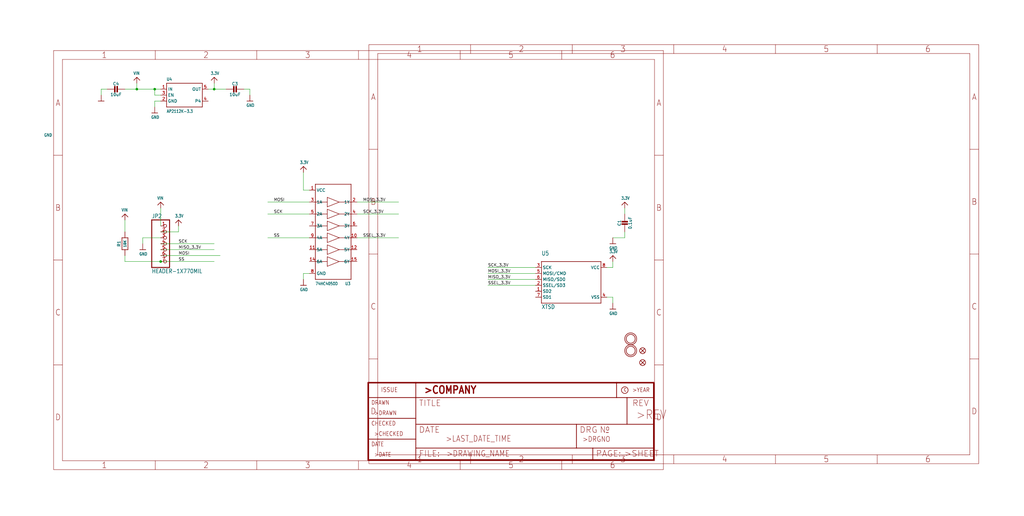
<source format=kicad_sch>
(kicad_sch (version 20211123) (generator eeschema)
  (paper "User" 437.134 220.421)
  (lib_symbols
    (symbol "eagleSchem-eagle-import:3.3V" (power)
      (property "Value" "3.3V" (at -1.524 1.016 0))
      (symbol "3.3V_1_0"
        (polyline (pts (xy -1.27 -1.27) (xy 0 0)) (stroke (width 0.254)))
        (polyline (pts (xy 0 0) (xy 1.27 -1.27)) (stroke (width 0.254)))
        (pin power_in line (at 0 -2.54 90) (length 2.54) (name "3.3V") (number "1"))
      )
    )
    (symbol "eagleSchem-eagle-import:74HC4050DTSSOP"
      (property "Reference" "U" (at -7.62 22.86 0))
      (property "Value" "74HC4050DTSSOP" (at -7.62 -22.86 0))
      (symbol "74HC4050DTSSOP_1_0"
        (polyline (pts (xy -7.62 -20.32) (xy -7.62 20.32)) (stroke (width 0.254)))
        (polyline (pts (xy -7.62 -12.7) (xy -2.54 -12.7)) (stroke (width 0.2032)))
        (polyline (pts (xy -7.62 -7.62) (xy -2.54 -7.62)) (stroke (width 0.2032)))
        (polyline (pts (xy -7.62 -2.54) (xy -2.54 -2.54)) (stroke (width 0.2032)))
        (polyline (pts (xy -7.62 2.54) (xy -2.54 2.54)) (stroke (width 0.2032)))
        (polyline (pts (xy -7.62 7.62) (xy -2.54 7.62)) (stroke (width 0.2032)))
        (polyline (pts (xy -7.62 12.7) (xy -2.54 12.7)) (stroke (width 0.2032)))
        (polyline (pts (xy -7.62 20.32) (xy 7.62 20.32)) (stroke (width 0.254)))
        (polyline (pts (xy -2.54 -14.732) (xy -2.54 -12.7)) (stroke (width 0.2032)))
        (polyline (pts (xy -2.54 -14.732) (xy 2.54 -12.7)) (stroke (width 0.2032)))
        (polyline (pts (xy -2.54 -12.7) (xy -2.54 -10.668)) (stroke (width 0.2032)))
        (polyline (pts (xy -2.54 -9.652) (xy -2.54 -7.62)) (stroke (width 0.2032)))
        (polyline (pts (xy -2.54 -9.652) (xy 2.54 -7.62)) (stroke (width 0.2032)))
        (polyline (pts (xy -2.54 -7.62) (xy -2.54 -5.588)) (stroke (width 0.2032)))
        (polyline (pts (xy -2.54 -4.572) (xy -2.54 -2.54)) (stroke (width 0.2032)))
        (polyline (pts (xy -2.54 -4.572) (xy 2.54 -2.54)) (stroke (width 0.2032)))
        (polyline (pts (xy -2.54 -2.54) (xy -2.54 -0.508)) (stroke (width 0.2032)))
        (polyline (pts (xy -2.54 0.508) (xy -2.54 2.54)) (stroke (width 0.2032)))
        (polyline (pts (xy -2.54 0.508) (xy 2.54 2.54)) (stroke (width 0.2032)))
        (polyline (pts (xy -2.54 2.54) (xy -2.54 4.572)) (stroke (width 0.2032)))
        (polyline (pts (xy -2.54 5.588) (xy -2.54 7.62)) (stroke (width 0.2032)))
        (polyline (pts (xy -2.54 5.588) (xy 2.54 7.62)) (stroke (width 0.2032)))
        (polyline (pts (xy -2.54 7.62) (xy -2.54 9.652)) (stroke (width 0.2032)))
        (polyline (pts (xy -2.54 10.668) (xy -2.54 12.7)) (stroke (width 0.2032)))
        (polyline (pts (xy -2.54 10.668) (xy 2.54 12.7)) (stroke (width 0.2032)))
        (polyline (pts (xy -2.54 12.7) (xy -2.54 14.732)) (stroke (width 0.2032)))
        (polyline (pts (xy 2.54 -12.7) (xy -2.54 -10.668)) (stroke (width 0.2032)))
        (polyline (pts (xy 2.54 -12.7) (xy 7.62 -12.7)) (stroke (width 0.2032)))
        (polyline (pts (xy 2.54 -7.62) (xy -2.54 -5.588)) (stroke (width 0.2032)))
        (polyline (pts (xy 2.54 -7.62) (xy 7.62 -7.62)) (stroke (width 0.2032)))
        (polyline (pts (xy 2.54 -2.54) (xy -2.54 -0.508)) (stroke (width 0.2032)))
        (polyline (pts (xy 2.54 -2.54) (xy 7.62 -2.54)) (stroke (width 0.2032)))
        (polyline (pts (xy 2.54 2.54) (xy -2.54 4.572)) (stroke (width 0.2032)))
        (polyline (pts (xy 2.54 2.54) (xy 7.62 2.54)) (stroke (width 0.2032)))
        (polyline (pts (xy 2.54 7.62) (xy -2.54 9.652)) (stroke (width 0.2032)))
        (polyline (pts (xy 2.54 7.62) (xy 7.62 7.62)) (stroke (width 0.2032)))
        (polyline (pts (xy 2.54 12.7) (xy -2.54 14.732)) (stroke (width 0.2032)))
        (polyline (pts (xy 2.54 12.7) (xy 7.62 12.7)) (stroke (width 0.2032)))
        (polyline (pts (xy 7.62 -20.32) (xy -7.62 -20.32)) (stroke (width 0.254)))
        (polyline (pts (xy 7.62 12.7) (xy 7.62 -20.32)) (stroke (width 0.254)))
        (polyline (pts (xy 7.62 20.32) (xy 7.62 12.7)) (stroke (width 0.254)))
        (pin bidirectional line (at -10.16 17.78 0) (length 2.54) (name "VCC") (number "1"))
        (pin bidirectional line (at 10.16 -2.54 180) (length 2.54) (name "4Y") (number "10"))
        (pin bidirectional line (at -10.16 -7.62 0) (length 2.54) (name "5A") (number "11"))
        (pin bidirectional line (at 10.16 -7.62 180) (length 2.54) (name "5Y") (number "12"))
        (pin bidirectional line (at -10.16 -12.7 0) (length 2.54) (name "6A") (number "14"))
        (pin bidirectional line (at 10.16 -12.7 180) (length 2.54) (name "6Y") (number "15"))
        (pin bidirectional line (at 10.16 12.7 180) (length 2.54) (name "1Y") (number "2"))
        (pin bidirectional line (at -10.16 12.7 0) (length 2.54) (name "1A") (number "3"))
        (pin bidirectional line (at 10.16 7.62 180) (length 2.54) (name "2Y") (number "4"))
        (pin bidirectional line (at -10.16 7.62 0) (length 2.54) (name "2A") (number "5"))
        (pin bidirectional line (at 10.16 2.54 180) (length 2.54) (name "3Y") (number "6"))
        (pin bidirectional line (at -10.16 2.54 0) (length 2.54) (name "3A") (number "7"))
        (pin bidirectional line (at -10.16 -17.78 0) (length 2.54) (name "GND") (number "8"))
        (pin bidirectional line (at -10.16 -2.54 0) (length 2.54) (name "4A") (number "9"))
      )
    )
    (symbol "eagleSchem-eagle-import:CAP_CERAMIC0603_NO"
      (property "Reference" "C" (at -2.29 1.25 90))
      (property "Value" "CAP_CERAMIC0603_NO" (at 2.3 1.25 90))
      (symbol "CAP_CERAMIC0603_NO_1_0"
        (rectangle (start -1.27 0.508) (end 1.27 1.016) (fill (type outline)))
        (rectangle (start -1.27 1.524) (end 1.27 2.032) (fill (type outline)))
        (polyline (pts (xy 0 0.762) (xy 0 0)) (stroke (width 0.1524)))
        (polyline (pts (xy 0 2.54) (xy 0 1.778)) (stroke (width 0.1524)))
        (pin passive line (at 0 5.08 270) (length 2.54) (name "1") (number "1"))
        (pin passive line (at 0 -2.54 90) (length 2.54) (name "2") (number "2"))
      )
    )
    (symbol "eagleSchem-eagle-import:CAP_CERAMIC0805-NOOUTLINE"
      (property "Reference" "C" (at -2.29 1.25 90))
      (property "Value" "CAP_CERAMIC0805-NOOUTLINE" (at 2.3 1.25 90))
      (symbol "CAP_CERAMIC0805-NOOUTLINE_1_0"
        (rectangle (start -1.27 0.508) (end 1.27 1.016) (fill (type outline)))
        (rectangle (start -1.27 1.524) (end 1.27 2.032) (fill (type outline)))
        (polyline (pts (xy 0 0.762) (xy 0 0)) (stroke (width 0.1524)))
        (polyline (pts (xy 0 2.54) (xy 0 1.778)) (stroke (width 0.1524)))
        (pin passive line (at 0 5.08 270) (length 2.54) (name "1") (number "1"))
        (pin passive line (at 0 -2.54 90) (length 2.54) (name "2") (number "2"))
      )
    )
    (symbol "eagleSchem-eagle-import:FIDUCIAL_1MM"
      (symbol "FIDUCIAL_1MM_1_0"
        (polyline (pts (xy -0.762 0.762) (xy 0.762 -0.762)) (stroke (width 0.254)))
        (polyline (pts (xy 0.762 0.762) (xy -0.762 -0.762)) (stroke (width 0.254)))
        (circle (center 0 0) (radius 1.27) (stroke (width 0.254)))
      )
    )
    (symbol "eagleSchem-eagle-import:FRAME_A4"
      (symbol "FRAME_A4_0_0"
        (polyline (pts (xy 0 44.7675) (xy 3.81 44.7675)))
        (polyline (pts (xy 0 89.535) (xy 3.81 89.535)))
        (polyline (pts (xy 0 134.3025) (xy 3.81 134.3025)))
        (polyline (pts (xy 3.81 3.81) (xy 3.81 175.26)))
        (polyline (pts (xy 43.3917 0) (xy 43.3917 3.81)))
        (polyline (pts (xy 43.3917 175.26) (xy 43.3917 179.07)))
        (polyline (pts (xy 86.7833 0) (xy 86.7833 3.81)))
        (polyline (pts (xy 86.7833 175.26) (xy 86.7833 179.07)))
        (polyline (pts (xy 130.175 0) (xy 130.175 3.81)))
        (polyline (pts (xy 130.175 175.26) (xy 130.175 179.07)))
        (polyline (pts (xy 173.5667 0) (xy 173.5667 3.81)))
        (polyline (pts (xy 173.5667 175.26) (xy 173.5667 179.07)))
        (polyline (pts (xy 216.9583 0) (xy 216.9583 3.81)))
        (polyline (pts (xy 216.9583 175.26) (xy 216.9583 179.07)))
        (polyline (pts (xy 256.54 3.81) (xy 3.81 3.81)))
        (polyline (pts (xy 256.54 3.81) (xy 256.54 175.26)))
        (polyline (pts (xy 256.54 44.7675) (xy 260.35 44.7675)))
        (polyline (pts (xy 256.54 89.535) (xy 260.35 89.535)))
        (polyline (pts (xy 256.54 134.3025) (xy 260.35 134.3025)))
        (polyline (pts (xy 256.54 175.26) (xy 3.81 175.26)))
        (polyline (pts (xy 0 0) (xy 260.35 0) (xy 260.35 179.07) (xy 0 179.07) (xy 0 0)))
        (text "1" (at 21.6958 1.905 0) (effects (font (size 2.54 2.286))))
        (text "1" (at 21.6958 177.165 0) (effects (font (size 2.54 2.286))))
        (text "2" (at 65.0875 1.905 0) (effects (font (size 2.54 2.286))))
        (text "2" (at 65.0875 177.165 0) (effects (font (size 2.54 2.286))))
        (text "3" (at 108.4792 1.905 0) (effects (font (size 2.54 2.286))))
        (text "3" (at 108.4792 177.165 0) (effects (font (size 2.54 2.286))))
        (text "4" (at 151.8708 1.905 0) (effects (font (size 2.54 2.286))))
        (text "4" (at 151.8708 177.165 0) (effects (font (size 2.54 2.286))))
        (text "5" (at 195.2625 1.905 0) (effects (font (size 2.54 2.286))))
        (text "5" (at 195.2625 177.165 0) (effects (font (size 2.54 2.286))))
        (text "6" (at 238.6542 1.905 0) (effects (font (size 2.54 2.286))))
        (text "6" (at 238.6542 177.165 0) (effects (font (size 2.54 2.286))))
        (text "A" (at 1.905 156.6863 0) (effects (font (size 2.54 2.286))))
        (text "A" (at 258.445 156.6863 0) (effects (font (size 2.54 2.286))))
        (text "B" (at 1.905 111.9188 0) (effects (font (size 2.54 2.286))))
        (text "B" (at 258.445 111.9188 0) (effects (font (size 2.54 2.286))))
        (text "C" (at 1.905 67.1513 0) (effects (font (size 2.54 2.286))))
        (text "C" (at 258.445 67.1513 0) (effects (font (size 2.54 2.286))))
        (text "D" (at 1.905 22.3838 0) (effects (font (size 2.54 2.286))))
        (text "D" (at 258.445 22.3838 0) (effects (font (size 2.54 2.286))))
      )
      (symbol "FRAME_A4_1_0"
        (polyline (pts (xy 256.54 3.81) (xy 256.54 8.89)) (stroke (width 0.1016)))
        (polyline (pts (xy 256.54 8.89) (xy 256.54 13.97)) (stroke (width 0.1016)))
        (polyline (pts (xy 256.54 13.97) (xy 256.54 19.05)) (stroke (width 0.1016)))
        (polyline (pts (xy 256.54 19.05) (xy 256.54 36.83)) (stroke (width 0.1016)))
      )
      (symbol "FRAME_A4_2_0"
        (polyline (pts (xy -0.3048 1.5748) (xy 20.0152 1.5748)) (stroke (width 0.6096)))
        (polyline (pts (xy -0.3048 10.4648) (xy -0.3048 1.5748)) (stroke (width 0.6096)))
        (polyline (pts (xy -0.3048 10.4648) (xy 20.0152 10.4648)) (stroke (width 0.3048)))
        (polyline (pts (xy -0.3048 19.3548) (xy -0.3048 10.4648)) (stroke (width 0.6096)))
        (polyline (pts (xy -0.3048 19.3548) (xy 20.0152 19.3548)) (stroke (width 0.3048)))
        (polyline (pts (xy -0.3048 28.2448) (xy -0.3048 19.3548)) (stroke (width 0.6096)))
        (polyline (pts (xy -0.3048 28.2448) (xy 20.0152 28.2448)) (stroke (width 0.3048)))
        (polyline (pts (xy -0.3048 34.5948) (xy -0.3048 28.2448)) (stroke (width 0.6096)))
        (polyline (pts (xy 20.0152 1.5748) (xy 20.0152 6.6548)) (stroke (width 0.3048)))
        (polyline (pts (xy 20.0152 1.5748) (xy 95.5802 1.5748)) (stroke (width 0.6096)))
        (polyline (pts (xy 20.0152 6.6548) (xy 20.0152 10.4648)) (stroke (width 0.3048)))
        (polyline (pts (xy 20.0152 6.6548) (xy 88.5952 6.6548)) (stroke (width 0.3048)))
        (polyline (pts (xy 20.0152 10.4648) (xy 20.0152 16.8148)) (stroke (width 0.3048)))
        (polyline (pts (xy 20.0152 16.8148) (xy 20.0152 19.3548)) (stroke (width 0.3048)))
        (polyline (pts (xy 20.0152 19.3548) (xy 20.0152 28.2448)) (stroke (width 0.3048)))
        (polyline (pts (xy 20.0152 28.2448) (xy 20.0152 34.5948)) (stroke (width 0.3048)))
        (polyline (pts (xy 20.0152 28.2448) (xy 105.7402 28.2448)) (stroke (width 0.3048)))
        (polyline (pts (xy 20.0152 34.5948) (xy -0.3048 34.5948)) (stroke (width 0.6096)))
        (polyline (pts (xy 88.5952 6.6548) (xy 95.5802 6.6548)) (stroke (width 0.3048)))
        (polyline (pts (xy 88.5952 16.8148) (xy 20.0152 16.8148)) (stroke (width 0.3048)))
        (polyline (pts (xy 88.5952 16.8148) (xy 88.5952 6.6548)) (stroke (width 0.3048)))
        (polyline (pts (xy 95.5802 1.5748) (xy 121.6152 1.5748)) (stroke (width 0.6096)))
        (polyline (pts (xy 95.5802 6.6548) (xy 95.5802 1.5748)) (stroke (width 0.3048)))
        (polyline (pts (xy 95.5802 6.6548) (xy 121.6152 6.6548)) (stroke (width 0.3048)))
        (polyline (pts (xy 101.2952 13.3223) (xy 102.2477 13.3223)) (stroke (width 0.254)))
        (polyline (pts (xy 105.7402 28.2448) (xy 105.7402 34.5948)) (stroke (width 0.3048)))
        (polyline (pts (xy 105.7402 28.2448) (xy 110.1852 28.2448)) (stroke (width 0.3048)))
        (polyline (pts (xy 105.7402 34.5948) (xy 20.0152 34.5948)) (stroke (width 0.6096)))
        (polyline (pts (xy 110.1852 16.8148) (xy 88.5952 16.8148)) (stroke (width 0.3048)))
        (polyline (pts (xy 110.1852 28.2448) (xy 110.1852 16.8148)) (stroke (width 0.3048)))
        (polyline (pts (xy 110.1852 28.2448) (xy 121.6152 28.2448)) (stroke (width 0.3048)))
        (polyline (pts (xy 121.6152 6.6548) (xy 121.6152 1.5748)) (stroke (width 0.6096)))
        (polyline (pts (xy 121.6152 16.8148) (xy 110.1852 16.8148)) (stroke (width 0.3048)))
        (polyline (pts (xy 121.6152 16.8148) (xy 121.6152 6.6548)) (stroke (width 0.6096)))
        (polyline (pts (xy 121.6152 28.2448) (xy 121.6152 16.8148)) (stroke (width 0.6096)))
        (polyline (pts (xy 121.6152 34.5948) (xy 105.7402 34.5948)) (stroke (width 0.6096)))
        (polyline (pts (xy 121.6152 34.5948) (xy 121.6152 28.2448)) (stroke (width 0.6096)))
        (circle (center 109.2327 31.4198) (radius 1.4199) (stroke (width 0.254)))
        (text ">CHECKED" (at 2.2352 11.7348 0) (effects (font (size 1.778 1.5113)) (justify left bottom)))
        (text ">COMPANY" (at 23.349 29.6735 0) (effects (font (size 3.175 2.6987) (thickness 0.5397) bold) (justify left bottom)))
        (text ">DATE" (at 2.2352 2.8448 0) (effects (font (size 1.778 1.5113)) (justify left bottom)))
        (text ">DRAWING_NAME" (at 33.0327 2.8448 0) (effects (font (size 2.54 2.159)) (justify left bottom)))
        (text ">DRAWN" (at 2.2352 20.6248 0) (effects (font (size 1.778 1.5113)) (justify left bottom)))
        (text ">DRGNO" (at 91.1352 9.1948 0) (effects (font (size 2.1844 1.8567)) (justify left bottom)))
        (text ">LAST_DATE_TIME" (at 32.7152 9.1948 0) (effects (font (size 2.54 2.159)) (justify left bottom)))
        (text ">REV" (at 113.9952 18.7198 0) (effects (font (size 3.81 3.2385)) (justify left bottom)))
        (text ">SHEET" (at 108.9152 2.8448 0) (effects (font (size 2.54 2.54)) (justify left bottom)))
        (text ">YEAR" (at 112.4077 30.4673 0) (effects (font (size 1.778 1.5113)) (justify left bottom)))
        (text "C" (at 108.7564 30.7848 0) (effects (font (size 1.27 1.0795)) (justify left bottom)))
        (text "CHECKED" (at 0.9652 16.1798 0) (effects (font (size 1.778 1.5113)) (justify left bottom)))
        (text "DATE" (at 0.9652 7.2898 0) (effects (font (size 1.778 1.5113)) (justify left bottom)))
        (text "DATE" (at 21.2852 13.0048 0) (effects (font (size 2.54 2.54)) (justify left bottom)))
        (text "DRAWN" (at 0.9652 25.0698 0) (effects (font (size 1.778 1.5113)) (justify left bottom)))
        (text "DRG" (at 89.8652 13.0048 0) (effects (font (size 2.54 2.54)) (justify left bottom)))
        (text "FILE:" (at 21.2852 2.8448 0) (effects (font (size 2.54 2.54)) (justify left bottom)))
        (text "ISSUE" (at 5.0927 30.4673 0) (effects (font (size 1.9304 1.6408)) (justify left bottom)))
        (text "N" (at 98.4377 13.0048 0) (effects (font (size 2.54 2.54)) (justify left bottom)))
        (text "o" (at 100.9777 13.9573 0) (effects (font (size 2.1844 1.8567)) (justify left bottom)))
        (text "PAGE:" (at 96.8502 2.8448 0) (effects (font (size 2.54 2.54)) (justify left bottom)))
        (text "REV" (at 112.4077 24.4348 0) (effects (font (size 2.54 2.54)) (justify left bottom)))
        (text "TITLE" (at 21.2852 24.4348 0) (effects (font (size 2.54 2.54)) (justify left bottom)))
      )
    )
    (symbol "eagleSchem-eagle-import:GND" (power)
      (property "Value" "GND" (at -1.524 -2.54 0))
      (symbol "GND_1_0"
        (polyline (pts (xy -1.27 0) (xy 1.27 0)) (stroke (width 0.254)))
        (pin power_in line (at 0 2.54 270) (length 2.54) (name "GND") (number "1"))
      )
    )
    (symbol "eagleSchem-eagle-import:HEADER-1X770MIL"
      (property "Reference" "JP" (at -6.35 10.795 0))
      (property "Value" "HEADER-1X770MIL" (at -6.35 -12.7 0))
      (symbol "HEADER-1X770MIL_1_0"
        (polyline (pts (xy -6.35 -10.16) (xy 1.27 -10.16)) (stroke (width 0.4064)))
        (polyline (pts (xy -6.35 10.16) (xy -6.35 -10.16)) (stroke (width 0.4064)))
        (polyline (pts (xy 1.27 -10.16) (xy 1.27 10.16)) (stroke (width 0.4064)))
        (polyline (pts (xy 1.27 10.16) (xy -6.35 10.16)) (stroke (width 0.4064)))
        (pin passive inverted (at -2.54 7.62 0) (length 2.54) (name "1") (number "1"))
        (pin passive inverted (at -2.54 5.08 0) (length 2.54) (name "2") (number "2"))
        (pin passive inverted (at -2.54 2.54 0) (length 2.54) (name "3") (number "3"))
        (pin passive inverted (at -2.54 0 0) (length 2.54) (name "4") (number "4"))
        (pin passive inverted (at -2.54 -2.54 0) (length 2.54) (name "5") (number "5"))
        (pin passive inverted (at -2.54 -5.08 0) (length 2.54) (name "6") (number "6"))
        (pin passive inverted (at -2.54 -7.62 0) (length 2.54) (name "7") (number "7"))
      )
    )
    (symbol "eagleSchem-eagle-import:MOUNTINGHOLE2.5"
      (symbol "MOUNTINGHOLE2.5_1_0"
        (circle (center 0 0) (radius 1.905) (stroke (width 0.254)))
        (circle (center 0 0) (radius 2.54) (stroke (width 0.254)))
      )
    )
    (symbol "eagleSchem-eagle-import:RESISTOR_0603_NOOUT"
      (property "Reference" "R" (at 0 2.54 0))
      (property "Value" "RESISTOR_0603_NOOUT" (at 0 0 0))
      (symbol "RESISTOR_0603_NOOUT_1_0"
        (polyline (pts (xy -2.54 -1.27) (xy -2.54 1.27)) (stroke (width 0.254)))
        (polyline (pts (xy -2.54 1.27) (xy 2.54 1.27)) (stroke (width 0.254)))
        (polyline (pts (xy 2.54 -1.27) (xy -2.54 -1.27)) (stroke (width 0.254)))
        (polyline (pts (xy 2.54 1.27) (xy 2.54 -1.27)) (stroke (width 0.254)))
        (pin passive line (at -5.08 0 0) (length 2.54) (name "1") (number "1"))
        (pin passive line (at 5.08 0 180) (length 2.54) (name "2") (number "2"))
      )
    )
    (symbol "eagleSchem-eagle-import:SMT_SDCARD_8PIN"
      (property "Reference" "U" (at -12.7 12.7 0))
      (property "Value" "SMT_SDCARD_8PIN" (at -12.7 -10.16 0))
      (symbol "SMT_SDCARD_8PIN_1_0"
        (polyline (pts (xy -12.7 -7.62) (xy -12.7 10.16)) (stroke (width 0.254)))
        (polyline (pts (xy -12.7 10.16) (xy 12.7 10.16)) (stroke (width 0.254)))
        (polyline (pts (xy 12.7 -7.62) (xy -12.7 -7.62)) (stroke (width 0.254)))
        (polyline (pts (xy 12.7 10.16) (xy 12.7 -7.62)) (stroke (width 0.254)))
        (pin bidirectional line (at -15.24 -2.54 0) (length 2.54) (name "SD2") (number "1"))
        (pin bidirectional line (at -15.24 0 0) (length 2.54) (name "SSEL/SD3") (number "2"))
        (pin input line (at -15.24 7.62 0) (length 2.54) (name "SCK") (number "3"))
        (pin power_in line (at 15.24 -5.08 180) (length 2.54) (name "VSS") (number "4"))
        (pin bidirectional line (at -15.24 5.08 0) (length 2.54) (name "MOSI/CMD") (number "5"))
        (pin bidirectional line (at -15.24 2.54 0) (length 2.54) (name "MISO/SD0") (number "6"))
        (pin bidirectional line (at -15.24 -5.08 0) (length 2.54) (name "SD1") (number "7"))
        (pin power_in line (at 15.24 7.62 180) (length 2.54) (name "VCC") (number "8"))
      )
    )
    (symbol "eagleSchem-eagle-import:VIN" (power)
      (property "Value" "VIN" (at -1.524 1.016 0))
      (symbol "VIN_1_0"
        (polyline (pts (xy -1.27 -1.27) (xy 0 0)) (stroke (width 0.254)))
        (polyline (pts (xy 0 0) (xy 1.27 -1.27)) (stroke (width 0.254)))
        (pin power_in line (at 0 -2.54 90) (length 2.54) (name "VIN") (number "1"))
      )
    )
    (symbol "eagleSchem-eagle-import:VREG_SOT23-5"
      (property "Reference" "U" (at -7.62 6.096 0))
      (property "Value" "VREG_SOT23-5" (at -7.62 -7.62 0))
      (symbol "VREG_SOT23-5_1_0"
        (polyline (pts (xy -7.62 -5.08) (xy -7.62 5.08)) (stroke (width 0.254)))
        (polyline (pts (xy -7.62 5.08) (xy 7.62 5.08)) (stroke (width 0.254)))
        (polyline (pts (xy 7.62 -5.08) (xy -7.62 -5.08)) (stroke (width 0.254)))
        (polyline (pts (xy 7.62 5.08) (xy 7.62 -5.08)) (stroke (width 0.254)))
        (pin power_in line (at -10.16 2.54 0) (length 2.54) (name "IN") (number "1"))
        (pin power_in line (at -10.16 -2.54 0) (length 2.54) (name "GND") (number "2"))
        (pin input line (at -10.16 0 0) (length 2.54) (name "EN") (number "3"))
        (pin bidirectional line (at 10.16 -2.54 180) (length 2.54) (name "P4") (number "4"))
        (pin power_in line (at 10.16 2.54 180) (length 2.54) (name "OUT") (number "5"))
      )
    )
  )
  (junction (at 58.42 38.1))
  (junction (at 66.04 38.1))
  (junction (at 91.44 38.1))
  (junction (at 68.58 111.76))
  (wire (pts (xy 132.08 81.28) (xy 129.54 81.28)))
  (wire (pts (xy 152.4 101.6) (xy 170.18 101.6)))
  (wire (pts (xy 58.42 38.1) (xy 58.42 35.56)))
  (wire (pts (xy 88.9 38.1) (xy 91.44 38.1)))
  (wire (pts (xy 104.14 38.1) (xy 106.68 38.1)))
  (wire (pts (xy 152.4 86.36) (xy 170.18 86.36)))
  (wire (pts (xy 266.7 101.6) (xy 266.7 99.06)))
  (wire (pts (xy 68.58 104.14) (xy 91.44 104.14)))
  (wire (pts (xy 228.6 121.92) (xy 208.28 121.92)))
  (wire (pts (xy 132.08 101.6) (xy 114.3 101.6)))
  (wire (pts (xy 228.6 114.3) (xy 208.28 114.3)))
  (wire (pts (xy 66.04 43.18) (xy 66.04 45.72)))
  (wire (pts (xy 261.62 114.3) (xy 261.62 111.76)))
  (wire (pts (xy 228.6 116.84) (xy 208.28 116.84)))
  (wire (pts (xy 45.72 38.1) (xy 43.18 38.1)))
  (wire (pts (xy 106.68 38.1) (xy 106.68 40.64)))
  (wire (pts (xy 60.96 101.6) (xy 60.96 104.14)))
  (wire (pts (xy 132.08 86.36) (xy 114.3 86.36)))
  (wire (pts (xy 66.04 38.1) (xy 58.42 38.1)))
  (wire (pts (xy 228.6 119.38) (xy 208.28 119.38)))
  (wire (pts (xy 68.58 40.64) (xy 66.04 40.64)))
  (wire (pts (xy 91.44 38.1) (xy 96.52 38.1)))
  (wire (pts (xy 261.62 127) (xy 261.62 129.54)))
  (wire (pts (xy 68.58 106.68) (xy 91.44 106.68)))
  (wire (pts (xy 266.7 88.9) (xy 266.7 91.44)))
  (wire (pts (xy 66.04 40.64) (xy 66.04 38.1)))
  (wire (pts (xy 68.58 38.1) (xy 66.04 38.1)))
  (wire (pts (xy 259.08 114.3) (xy 261.62 114.3)))
  (wire (pts (xy 43.18 38.1) (xy 43.18 40.64)))
  (wire (pts (xy 91.44 38.1) (xy 91.44 35.56)))
  (wire (pts (xy 129.54 116.84) (xy 129.54 119.38)))
  (wire (pts (xy 68.58 43.18) (xy 66.04 43.18)))
  (wire (pts (xy 68.58 99.06) (xy 76.2 99.06)))
  (wire (pts (xy 68.58 109.22) (xy 93.98 109.22)))
  (wire (pts (xy 76.2 99.06) (xy 76.2 96.52)))
  (wire (pts (xy 53.34 99.06) (xy 53.34 93.98)))
  (wire (pts (xy 129.54 81.28) (xy 129.54 73.66)))
  (wire (pts (xy 132.08 91.44) (xy 114.3 91.44)))
  (wire (pts (xy 68.58 111.76) (xy 53.34 111.76)))
  (wire (pts (xy 53.34 111.76) (xy 53.34 109.22)))
  (wire (pts (xy 261.62 101.6) (xy 266.7 101.6)))
  (wire (pts (xy 259.08 127) (xy 261.62 127)))
  (wire (pts (xy 68.58 111.76) (xy 91.44 111.76)))
  (wire (pts (xy 68.58 88.9) (xy 68.58 96.52)))
  (wire (pts (xy 58.42 38.1) (xy 53.34 38.1)))
  (wire (pts (xy 132.08 116.84) (xy 129.54 116.84)))
  (wire (pts (xy 152.4 91.44) (xy 170.18 91.44)))
  (wire (pts (xy 68.58 101.6) (xy 60.96 101.6)))
  (label "SSEL_3.3V" (at 154.94 101.6 0) (effects (font (size 1.2446 1.2446))))
  (label "MISO_3.3V" (at 76.2 106.68 0) (effects (font (size 1.2446 1.2446))))
  (label "SS" (at 76.2 111.76 0) (effects (font (size 1.2446 1.2446))))
  (label "MOSI" (at 76.2 109.22 0) (effects (font (size 1.2446 1.2446))))
  (label "SCK" (at 76.2 104.14 0) (effects (font (size 1.2446 1.2446))))
  (label "SSEL_3.3V" (at 208.28 121.92 0) (effects (font (size 1.2446 1.2446))))
  (label "MISO_3.3V" (at 208.28 119.38 0) (effects (font (size 1.2446 1.2446))))
  (label "MOSI_3.3V" (at 154.94 86.36 0) (effects (font (size 1.2446 1.2446))))
  (label "MOSI_3.3V" (at 208.28 116.84 0) (effects (font (size 1.2446 1.2446))))
  (label "MOSI" (at 116.84 86.36 0) (effects (font (size 1.2446 1.2446))))
  (label "SCK" (at 116.84 91.44 0) (effects (font (size 1.2446 1.2446))))
  (label "SCK_3.3V" (at 154.94 91.44 0) (effects (font (size 1.2446 1.2446))))
  (label "SCK_3.3V" (at 208.28 114.3 0) (effects (font (size 1.2446 1.2446))))
  (label "SS" (at 116.84 101.6 0) (effects (font (size 1.2446 1.2446))))
  (symbol (lib_id "eagleSchem-eagle-import:3.3V") (at 261.62 109.22 0) (unit 1)
    (property "Reference" "#U$7" (effects hide))
    (property "Value" "3.3V" (at 260.096 108.204 0) (effects (font (size 1.27 1.0795)) (justify left bottom)))
    (property "Footprint" "eagleSchem:" (effects hide))
  )
  (symbol (lib_id "eagleSchem-eagle-import:GND") (at 43.18 43.18 0) (unit 1)
    (property "Reference" "#U$11" (effects hide))
    (property "Value" "GND" (at 18.796 58.42 0) (effects (font (size 1.27 1.0795)) (justify left bottom)))
    (property "Footprint" "eagleSchem:" (effects hide))
  )
  (symbol (lib_id "eagleSchem-eagle-import:VREG_SOT23-5") (at 78.74 40.64 0) (unit 1)
    (property "Reference" "U4" (at 71.12 34.544 0) (effects (font (size 1.27 1.0795)) (justify left bottom)))
    (property "Value" "AP2112K-3.3" (at 71.12 48.26 0) (effects (font (size 1.27 1.0795)) (justify left bottom)))
    (property "Footprint" "eagleSchem:SOT23-5" (effects hide))
  )
  (symbol (lib_id "eagleSchem-eagle-import:FRAME_A4") (at 157.48 198.12 0) (unit 2)
    (property "Reference" "#FRAME1" (effects hide))
    (property "Value" "FRAME_A4" (effects hide))
    (property "Footprint" "eagleSchem:" (effects hide))
  )
  (symbol (lib_id "eagleSchem-eagle-import:GND") (at 261.62 132.08 0) (unit 1)
    (property "Reference" "#U$8" (effects hide))
    (property "Value" "GND" (at 260.096 134.62 0) (effects (font (size 1.27 1.0795)) (justify left bottom)))
    (property "Footprint" "eagleSchem:" (effects hide))
  )
  (symbol (lib_id "eagleSchem-eagle-import:MOUNTINGHOLE2.5") (at 269.24 144.78 0) (unit 1)
    (property "Reference" "U$17" (effects hide))
    (property "Value" "MOUNTINGHOLE2.5" (effects hide))
    (property "Footprint" "eagleSchem:MOUNTINGHOLE_2.5_PLATED" (effects hide))
  )
  (symbol (lib_id "eagleSchem-eagle-import:GND") (at 106.68 43.18 0) (unit 1)
    (property "Reference" "#U$10" (effects hide))
    (property "Value" "GND" (at 105.156 45.72 0) (effects (font (size 1.27 1.0795)) (justify left bottom)))
    (property "Footprint" "eagleSchem:" (effects hide))
  )
  (symbol (lib_id "eagleSchem-eagle-import:74HC4050DTSSOP") (at 142.24 99.06 0) (unit 1)
    (property "Reference" "U3" (at 147.32 121.92 0) (effects (font (size 1.27 1.0795)) (justify left bottom)))
    (property "Value" "74HC4050D" (at 134.62 121.92 0) (effects (font (size 1.27 1.0795)) (justify left bottom)))
    (property "Footprint" "eagleSchem:TSSOP16" (effects hide))
  )
  (symbol (lib_id "eagleSchem-eagle-import:3.3V") (at 91.44 33.02 0) (unit 1)
    (property "Reference" "#U$1" (effects hide))
    (property "Value" "3.3V" (at 89.916 32.004 0) (effects (font (size 1.27 1.0795)) (justify left bottom)))
    (property "Footprint" "eagleSchem:" (effects hide))
  )
  (symbol (lib_id "eagleSchem-eagle-import:CAP_CERAMIC0805-NOOUTLINE") (at 99.06 38.1 270) (unit 1)
    (property "Reference" "C3" (at 100.31 35.81 90))
    (property "Value" "10uF" (at 100.31 40.4 90))
    (property "Footprint" "eagleSchem:0805-NO" (effects hide))
  )
  (symbol (lib_id "eagleSchem-eagle-import:3.3V") (at 129.54 71.12 0) (unit 1)
    (property "Reference" "#U$20" (effects hide))
    (property "Value" "3.3V" (at 128.016 70.104 0) (effects (font (size 1.27 1.0795)) (justify left bottom)))
    (property "Footprint" "eagleSchem:" (effects hide))
  )
  (symbol (lib_id "eagleSchem-eagle-import:GND") (at 129.54 121.92 0) (unit 1)
    (property "Reference" "#U$3" (effects hide))
    (property "Value" "GND" (at 128.016 124.46 0) (effects (font (size 1.27 1.0795)) (justify left bottom)))
    (property "Footprint" "eagleSchem:" (effects hide))
  )
  (symbol (lib_id "eagleSchem-eagle-import:VIN") (at 68.58 86.36 0) (unit 1)
    (property "Reference" "#U$15" (effects hide))
    (property "Value" "VIN" (at 67.056 85.344 0) (effects (font (size 1.27 1.0795)) (justify left bottom)))
    (property "Footprint" "eagleSchem:" (effects hide))
  )
  (symbol (lib_id "eagleSchem-eagle-import:GND") (at 261.62 104.14 0) (unit 1)
    (property "Reference" "#U$9" (effects hide))
    (property "Value" "GND" (at 260.096 106.68 0) (effects (font (size 1.27 1.0795)) (justify left bottom)))
    (property "Footprint" "eagleSchem:" (effects hide))
  )
  (symbol (lib_id "eagleSchem-eagle-import:VIN") (at 58.42 33.02 0) (unit 1)
    (property "Reference" "#U$2" (effects hide))
    (property "Value" "VIN" (at 56.896 32.004 0) (effects (font (size 1.27 1.0795)) (justify left bottom)))
    (property "Footprint" "eagleSchem:" (effects hide))
  )
  (symbol (lib_id "eagleSchem-eagle-import:FIDUCIAL_1MM") (at 274.32 154.94 0) (unit 1)
    (property "Reference" "FID2" (effects hide))
    (property "Value" "FIDUCIAL_1MM" (effects hide))
    (property "Footprint" "eagleSchem:FIDUCIAL_1MM" (effects hide))
  )
  (symbol (lib_id "eagleSchem-eagle-import:HEADER-1X770MIL") (at 71.12 104.14 0) (unit 1)
    (property "Reference" "JP2" (at 64.77 93.345 0) (effects (font (size 1.778 1.5113)) (justify left bottom)))
    (property "Value" "HEADER-1X770MIL" (at 64.77 116.84 0) (effects (font (size 1.778 1.5113)) (justify left bottom)))
    (property "Footprint" "eagleSchem:1X07_ROUND_70" (effects hide))
  )
  (symbol (lib_id "eagleSchem-eagle-import:3.3V") (at 76.2 93.98 0) (unit 1)
    (property "Reference" "#U$18" (effects hide))
    (property "Value" "3.3V" (at 74.676 92.964 0) (effects (font (size 1.27 1.0795)) (justify left bottom)))
    (property "Footprint" "eagleSchem:" (effects hide))
  )
  (symbol (lib_id "eagleSchem-eagle-import:FRAME_A4") (at 22.86 200.66 0) (unit 1)
    (property "Reference" "#FRAME1" (effects hide))
    (property "Value" "FRAME_A4" (effects hide))
    (property "Footprint" "eagleSchem:" (effects hide))
  )
  (symbol (lib_id "eagleSchem-eagle-import:GND") (at 66.04 48.26 0) (unit 1)
    (property "Reference" "#U$4" (effects hide))
    (property "Value" "GND" (at 64.516 50.8 0) (effects (font (size 1.27 1.0795)) (justify left bottom)))
    (property "Footprint" "eagleSchem:" (effects hide))
  )
  (symbol (lib_id "eagleSchem-eagle-import:RESISTOR_0603_NOOUT") (at 53.34 104.14 90) (unit 1)
    (property "Reference" "R1" (at 50.8 104.14 0))
    (property "Value" "10K" (at 53.34 104.14 0) (effects (font (size 1.016 1.016) bold)))
    (property "Footprint" "eagleSchem:0603-NO" (effects hide))
  )
  (symbol (lib_id "eagleSchem-eagle-import:MOUNTINGHOLE2.5") (at 269.24 149.86 0) (unit 1)
    (property "Reference" "U$16" (effects hide))
    (property "Value" "MOUNTINGHOLE2.5" (effects hide))
    (property "Footprint" "eagleSchem:MOUNTINGHOLE_2.5_PLATED" (effects hide))
  )
  (symbol (lib_id "eagleSchem-eagle-import:3.3V") (at 266.7 86.36 0) (unit 1)
    (property "Reference" "#U$6" (effects hide))
    (property "Value" "3.3V" (at 265.176 85.344 0) (effects (font (size 1.27 1.0795)) (justify left bottom)))
    (property "Footprint" "eagleSchem:" (effects hide))
  )
  (symbol (lib_id "eagleSchem-eagle-import:CAP_CERAMIC0805-NOOUTLINE") (at 48.26 38.1 270) (unit 1)
    (property "Reference" "C4" (at 49.51 35.81 90))
    (property "Value" "10uF" (at 49.51 40.4 90))
    (property "Footprint" "eagleSchem:0805-NO" (effects hide))
  )
  (symbol (lib_id "eagleSchem-eagle-import:CAP_CERAMIC0603_NO") (at 266.7 96.52 0) (unit 1)
    (property "Reference" "C1" (at 264.41 95.27 90))
    (property "Value" "0.1uF" (at 269 95.27 90))
    (property "Footprint" "eagleSchem:0603-NO" (effects hide))
  )
  (symbol (lib_id "eagleSchem-eagle-import:VIN") (at 53.34 91.44 0) (unit 1)
    (property "Reference" "#U$14" (effects hide))
    (property "Value" "VIN" (at 51.816 90.424 0) (effects (font (size 1.27 1.0795)) (justify left bottom)))
    (property "Footprint" "eagleSchem:" (effects hide))
  )
  (symbol (lib_id "eagleSchem-eagle-import:SMT_SDCARD_8PIN") (at 243.84 121.92 0) (unit 1)
    (property "Reference" "U5" (at 231.14 109.22 0) (effects (font (size 1.778 1.5113)) (justify left bottom)))
    (property "Value" "XTSD" (at 231.14 132.08 0) (effects (font (size 1.778 1.5113)) (justify left bottom)))
    (property "Footprint" "eagleSchem:LGA8_8X6" (effects hide))
  )
  (symbol (lib_id "eagleSchem-eagle-import:FIDUCIAL_1MM") (at 274.32 149.86 0) (unit 1)
    (property "Reference" "FID3" (effects hide))
    (property "Value" "FIDUCIAL_1MM" (effects hide))
    (property "Footprint" "eagleSchem:FIDUCIAL_1MM" (effects hide))
  )
  (symbol (lib_id "eagleSchem-eagle-import:GND") (at 60.96 106.68 0) (unit 1)
    (property "Reference" "#U$5" (effects hide))
    (property "Value" "GND" (at 59.436 109.22 0) (effects (font (size 1.27 1.0795)) (justify left bottom)))
    (property "Footprint" "eagleSchem:" (effects hide))
  )
)
</source>
